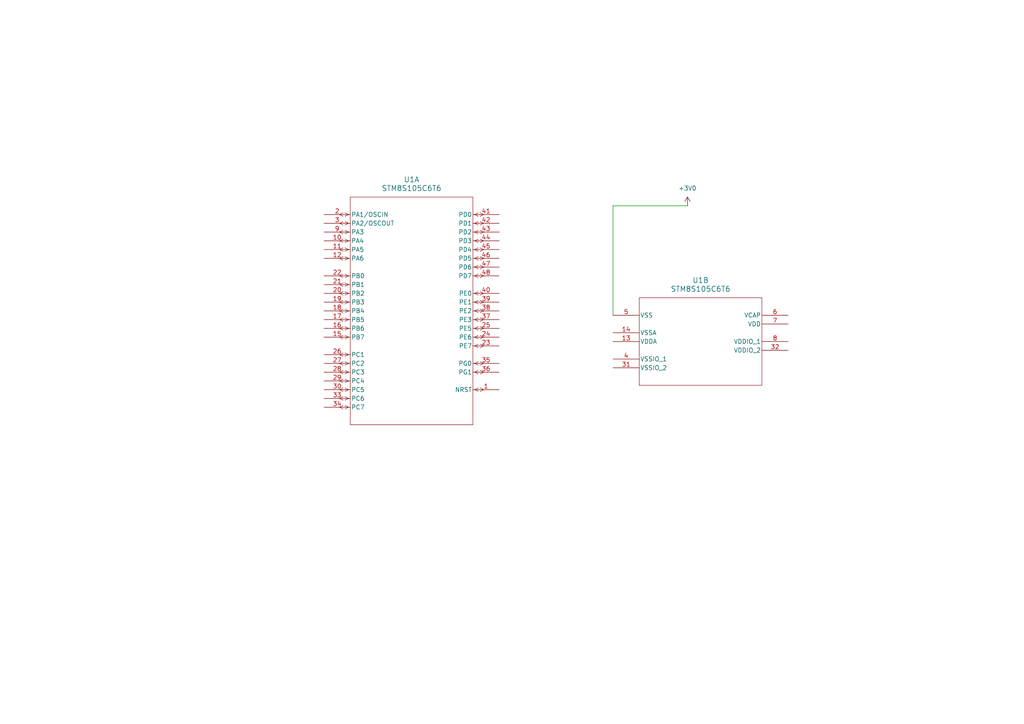
<source format=kicad_sch>
(kicad_sch (version 20250114) (generator "eeschema") (generator_version "9.0")
  (paper "A4")
  (lib_symbols
    (symbol "STM8S105C6T6:STM8S105C6T6" (pin_names (offset 0.254))
      (property "Reference" "U" (at 25.4 10.16 0))
      (property "Value" "STM8S105C6T6" (at 25.4 7.62 0))
      (symbol "STM8S105C6T6_1_1"
        (polyline (pts (xy 5.5372 0.5207) (xy 4.4958 0)) (stroke (width 0.127)))
        (polyline (pts (xy 5.5372 -0.5207) (xy 4.4958 0)) (stroke (width 0.127)))
        (polyline (pts (xy 5.5372 -2.0193) (xy 4.4958 -2.54)) (stroke (width 0.127)))
        (polyline (pts (xy 5.5372 -3.0607) (xy 4.4958 -2.54)) (stroke (width 0.127)))
        (polyline (pts (xy 5.5372 -4.5593) (xy 4.4958 -5.08)) (stroke (width 0.127)))
        (polyline (pts (xy 5.5372 -5.6007) (xy 4.4958 -5.08)) (stroke (width 0.127)))
        (polyline (pts (xy 5.5372 -7.0993) (xy 4.4958 -7.62)) (stroke (width 0.127)))
        (polyline (pts (xy 5.5372 -8.1407) (xy 4.4958 -7.62)) (stroke (width 0.127)))
        (polyline (pts (xy 5.5372 -9.6393) (xy 4.4958 -10.16)) (stroke (width 0.127)))
        (polyline (pts (xy 5.5372 -10.6807) (xy 4.4958 -10.16)) (stroke (width 0.127)))
        (polyline (pts (xy 5.5372 -12.1793) (xy 4.4958 -12.7)) (stroke (width 0.127)))
        (polyline (pts (xy 5.5372 -13.2207) (xy 4.4958 -12.7)) (stroke (width 0.127)))
        (polyline (pts (xy 5.5372 -17.2593) (xy 4.4958 -17.78)) (stroke (width 0.127)))
        (polyline (pts (xy 5.5372 -18.3007) (xy 4.4958 -17.78)) (stroke (width 0.127)))
        (polyline (pts (xy 5.5372 -19.7993) (xy 4.4958 -20.32)) (stroke (width 0.127)))
        (polyline (pts (xy 5.5372 -20.8407) (xy 4.4958 -20.32)) (stroke (width 0.127)))
        (polyline (pts (xy 5.5372 -22.3393) (xy 4.4958 -22.86)) (stroke (width 0.127)))
        (polyline (pts (xy 5.5372 -23.3807) (xy 4.4958 -22.86)) (stroke (width 0.127)))
        (polyline (pts (xy 5.5372 -24.8793) (xy 4.4958 -25.4)) (stroke (width 0.127)))
        (polyline (pts (xy 5.5372 -25.9207) (xy 4.4958 -25.4)) (stroke (width 0.127)))
        (polyline (pts (xy 5.5372 -27.4193) (xy 4.4958 -27.94)) (stroke (width 0.127)))
        (polyline (pts (xy 5.5372 -28.4607) (xy 4.4958 -27.94)) (stroke (width 0.127)))
        (polyline (pts (xy 5.5372 -29.9593) (xy 4.4958 -30.48)) (stroke (width 0.127)))
        (polyline (pts (xy 5.5372 -31.0007) (xy 4.4958 -30.48)) (stroke (width 0.127)))
        (polyline (pts (xy 5.5372 -32.4993) (xy 4.4958 -33.02)) (stroke (width 0.127)))
        (polyline (pts (xy 5.5372 -33.5407) (xy 4.4958 -33.02)) (stroke (width 0.127)))
        (polyline (pts (xy 5.5372 -35.0393) (xy 4.4958 -35.56)) (stroke (width 0.127)))
        (polyline (pts (xy 5.5372 -36.0807) (xy 4.4958 -35.56)) (stroke (width 0.127)))
        (polyline (pts (xy 5.5372 -40.1193) (xy 4.4958 -40.64)) (stroke (width 0.127)))
        (polyline (pts (xy 5.5372 -41.1607) (xy 4.4958 -40.64)) (stroke (width 0.127)))
        (polyline (pts (xy 5.5372 -42.6593) (xy 4.4958 -43.18)) (stroke (width 0.127)))
        (polyline (pts (xy 5.5372 -43.7007) (xy 4.4958 -43.18)) (stroke (width 0.127)))
        (polyline (pts (xy 5.5372 -45.1993) (xy 4.4958 -45.72)) (stroke (width 0.127)))
        (polyline (pts (xy 5.5372 -46.2407) (xy 4.4958 -45.72)) (stroke (width 0.127)))
        (polyline (pts (xy 5.5372 -47.7393) (xy 4.4958 -48.26)) (stroke (width 0.127)))
        (polyline (pts (xy 5.5372 -48.7807) (xy 4.4958 -48.26)) (stroke (width 0.127)))
        (polyline (pts (xy 5.5372 -50.2793) (xy 4.4958 -50.8)) (stroke (width 0.127)))
        (polyline (pts (xy 5.5372 -51.3207) (xy 4.4958 -50.8)) (stroke (width 0.127)))
        (polyline (pts (xy 5.5372 -52.8193) (xy 4.4958 -53.34)) (stroke (width 0.127)))
        (polyline (pts (xy 5.5372 -53.8607) (xy 4.4958 -53.34)) (stroke (width 0.127)))
        (polyline (pts (xy 5.5372 -55.3593) (xy 4.4958 -55.88)) (stroke (width 0.127)))
        (polyline (pts (xy 5.5372 -56.4007) (xy 4.4958 -55.88)) (stroke (width 0.127)))
        (polyline (pts (xy 7.0993 0) (xy 6.0579 0.5207)) (stroke (width 0.127)))
        (polyline (pts (xy 7.0993 0) (xy 6.0579 -0.5207)) (stroke (width 0.127)))
        (polyline (pts (xy 7.0993 -2.54) (xy 6.0579 -2.0193)) (stroke (width 0.127)))
        (polyline (pts (xy 7.0993 -2.54) (xy 6.0579 -3.0607)) (stroke (width 0.127)))
        (polyline (pts (xy 7.0993 -5.08) (xy 6.0579 -4.5593)) (stroke (width 0.127)))
        (polyline (pts (xy 7.0993 -5.08) (xy 6.0579 -5.6007)) (stroke (width 0.127)))
        (polyline (pts (xy 7.0993 -7.62) (xy 6.0579 -7.0993)) (stroke (width 0.127)))
        (polyline (pts (xy 7.0993 -7.62) (xy 6.0579 -8.1407)) (stroke (width 0.127)))
        (polyline (pts (xy 7.0993 -10.16) (xy 6.0579 -9.6393)) (stroke (width 0.127)))
        (polyline (pts (xy 7.0993 -10.16) (xy 6.0579 -10.6807)) (stroke (width 0.127)))
        (polyline (pts (xy 7.0993 -12.7) (xy 6.0579 -12.1793)) (stroke (width 0.127)))
        (polyline (pts (xy 7.0993 -12.7) (xy 6.0579 -13.2207)) (stroke (width 0.127)))
        (polyline (pts (xy 7.0993 -17.78) (xy 6.0579 -17.2593)) (stroke (width 0.127)))
        (polyline (pts (xy 7.0993 -17.78) (xy 6.0579 -18.3007)) (stroke (width 0.127)))
        (polyline (pts (xy 7.0993 -20.32) (xy 6.0579 -19.7993)) (stroke (width 0.127)))
        (polyline (pts (xy 7.0993 -20.32) (xy 6.0579 -20.8407)) (stroke (width 0.127)))
        (polyline (pts (xy 7.0993 -22.86) (xy 6.0579 -22.3393)) (stroke (width 0.127)))
        (polyline (pts (xy 7.0993 -22.86) (xy 6.0579 -23.3807)) (stroke (width 0.127)))
        (polyline (pts (xy 7.0993 -25.4) (xy 6.0579 -24.8793)) (stroke (width 0.127)))
        (polyline (pts (xy 7.0993 -25.4) (xy 6.0579 -25.9207)) (stroke (width 0.127)))
        (polyline (pts (xy 7.0993 -27.94) (xy 6.0579 -27.4193)) (stroke (width 0.127)))
        (polyline (pts (xy 7.0993 -27.94) (xy 6.0579 -28.4607)) (stroke (width 0.127)))
        (polyline (pts (xy 7.0993 -30.48) (xy 6.0579 -29.9593)) (stroke (width 0.127)))
        (polyline (pts (xy 7.0993 -30.48) (xy 6.0579 -31.0007)) (stroke (width 0.127)))
        (polyline (pts (xy 7.0993 -33.02) (xy 6.0579 -32.4993)) (stroke (width 0.127)))
        (polyline (pts (xy 7.0993 -33.02) (xy 6.0579 -33.5407)) (stroke (width 0.127)))
        (polyline (pts (xy 7.0993 -35.56) (xy 6.0579 -35.0393)) (stroke (width 0.127)))
        (polyline (pts (xy 7.0993 -35.56) (xy 6.0579 -36.0807)) (stroke (width 0.127)))
        (polyline (pts (xy 7.0993 -40.64) (xy 6.0579 -40.1193)) (stroke (width 0.127)))
        (polyline (pts (xy 7.0993 -40.64) (xy 6.0579 -41.1607)) (stroke (width 0.127)))
        (polyline (pts (xy 7.0993 -43.18) (xy 6.0579 -42.6593)) (stroke (width 0.127)))
        (polyline (pts (xy 7.0993 -43.18) (xy 6.0579 -43.7007)) (stroke (width 0.127)))
        (polyline (pts (xy 7.0993 -45.72) (xy 6.0579 -45.1993)) (stroke (width 0.127)))
        (polyline (pts (xy 7.0993 -45.72) (xy 6.0579 -46.2407)) (stroke (width 0.127)))
        (polyline (pts (xy 7.0993 -48.26) (xy 6.0579 -47.7393)) (stroke (width 0.127)))
        (polyline (pts (xy 7.0993 -48.26) (xy 6.0579 -48.7807)) (stroke (width 0.127)))
        (polyline (pts (xy 7.0993 -50.8) (xy 6.0579 -50.2793)) (stroke (width 0.127)))
        (polyline (pts (xy 7.0993 -50.8) (xy 6.0579 -51.3207)) (stroke (width 0.127)))
        (polyline (pts (xy 7.0993 -53.34) (xy 6.0579 -52.8193)) (stroke (width 0.127)))
        (polyline (pts (xy 7.0993 -53.34) (xy 6.0579 -53.8607)) (stroke (width 0.127)))
        (polyline (pts (xy 7.0993 -55.88) (xy 6.0579 -55.3593)) (stroke (width 0.127)))
        (polyline (pts (xy 7.0993 -55.88) (xy 6.0579 -56.4007)) (stroke (width 0.127)))
        (polyline (pts (xy 7.62 5.08) (xy 7.62 -60.96)) (stroke (width 0.127)))
        (polyline (pts (xy 7.62 -60.96) (xy 43.18 -60.96)) (stroke (width 0.127)))
        (polyline (pts (xy 43.18 5.08) (xy 7.62 5.08)) (stroke (width 0.127)))
        (polyline (pts (xy 43.18 -60.96) (xy 43.18 5.08)) (stroke (width 0.127)))
        (polyline (pts (xy 43.7007 0) (xy 44.7421 0.5207)) (stroke (width 0.127)))
        (polyline (pts (xy 43.7007 0) (xy 44.7421 -0.5207)) (stroke (width 0.127)))
        (polyline (pts (xy 43.7007 -2.54) (xy 44.7421 -2.0193)) (stroke (width 0.127)))
        (polyline (pts (xy 43.7007 -2.54) (xy 44.7421 -3.0607)) (stroke (width 0.127)))
        (polyline (pts (xy 43.7007 -5.08) (xy 44.7421 -4.5593)) (stroke (width 0.127)))
        (polyline (pts (xy 43.7007 -5.08) (xy 44.7421 -5.6007)) (stroke (width 0.127)))
        (polyline (pts (xy 43.7007 -7.62) (xy 44.7421 -7.0993)) (stroke (width 0.127)))
        (polyline (pts (xy 43.7007 -7.62) (xy 44.7421 -8.1407)) (stroke (width 0.127)))
        (polyline (pts (xy 43.7007 -10.16) (xy 44.7421 -9.6393)) (stroke (width 0.127)))
        (polyline (pts (xy 43.7007 -10.16) (xy 44.7421 -10.6807)) (stroke (width 0.127)))
        (polyline (pts (xy 43.7007 -12.7) (xy 44.7421 -12.1793)) (stroke (width 0.127)))
        (polyline (pts (xy 43.7007 -12.7) (xy 44.7421 -13.2207)) (stroke (width 0.127)))
        (polyline (pts (xy 43.7007 -15.24) (xy 44.7421 -14.7193)) (stroke (width 0.127)))
        (polyline (pts (xy 43.7007 -15.24) (xy 44.7421 -15.7607)) (stroke (width 0.127)))
        (polyline (pts (xy 43.7007 -17.78) (xy 44.7421 -17.2593)) (stroke (width 0.127)))
        (polyline (pts (xy 43.7007 -17.78) (xy 44.7421 -18.3007)) (stroke (width 0.127)))
        (polyline (pts (xy 43.7007 -22.86) (xy 44.7421 -22.3393)) (stroke (width 0.127)))
        (polyline (pts (xy 43.7007 -22.86) (xy 44.7421 -23.3807)) (stroke (width 0.127)))
        (polyline (pts (xy 43.7007 -25.4) (xy 44.7421 -24.8793)) (stroke (width 0.127)))
        (polyline (pts (xy 43.7007 -25.4) (xy 44.7421 -25.9207)) (stroke (width 0.127)))
        (polyline (pts (xy 43.7007 -27.94) (xy 44.7421 -27.4193)) (stroke (width 0.127)))
        (polyline (pts (xy 43.7007 -27.94) (xy 44.7421 -28.4607)) (stroke (width 0.127)))
        (polyline (pts (xy 43.7007 -30.48) (xy 44.7421 -29.9593)) (stroke (width 0.127)))
        (polyline (pts (xy 43.7007 -30.48) (xy 44.7421 -31.0007)) (stroke (width 0.127)))
        (polyline (pts (xy 43.7007 -33.02) (xy 44.7421 -32.4993)) (stroke (width 0.127)))
        (polyline (pts (xy 43.7007 -33.02) (xy 44.7421 -33.5407)) (stroke (width 0.127)))
        (polyline (pts (xy 43.7007 -35.56) (xy 44.7421 -35.0393)) (stroke (width 0.127)))
        (polyline (pts (xy 43.7007 -35.56) (xy 44.7421 -36.0807)) (stroke (width 0.127)))
        (polyline (pts (xy 43.7007 -38.1) (xy 44.7421 -37.5793)) (stroke (width 0.127)))
        (polyline (pts (xy 43.7007 -38.1) (xy 44.7421 -38.6207)) (stroke (width 0.127)))
        (polyline (pts (xy 43.7007 -43.18) (xy 44.7421 -42.6593)) (stroke (width 0.127)))
        (polyline (pts (xy 43.7007 -43.18) (xy 44.7421 -43.7007)) (stroke (width 0.127)))
        (polyline (pts (xy 43.7007 -45.72) (xy 44.7421 -45.1993)) (stroke (width 0.127)))
        (polyline (pts (xy 43.7007 -45.72) (xy 44.7421 -46.2407)) (stroke (width 0.127)))
        (polyline (pts (xy 43.7007 -50.8) (xy 44.7421 -50.2793)) (stroke (width 0.127)))
        (polyline (pts (xy 43.7007 -50.8) (xy 44.7421 -51.3207)) (stroke (width 0.127)))
        (polyline (pts (xy 45.2628 0.5207) (xy 46.3042 0)) (stroke (width 0.127)))
        (polyline (pts (xy 45.2628 -0.5207) (xy 46.3042 0)) (stroke (width 0.127)))
        (polyline (pts (xy 45.2628 -2.0193) (xy 46.3042 -2.54)) (stroke (width 0.127)))
        (polyline (pts (xy 45.2628 -3.0607) (xy 46.3042 -2.54)) (stroke (width 0.127)))
        (polyline (pts (xy 45.2628 -4.5593) (xy 46.3042 -5.08)) (stroke (width 0.127)))
        (polyline (pts (xy 45.2628 -5.6007) (xy 46.3042 -5.08)) (stroke (width 0.127)))
        (polyline (pts (xy 45.2628 -7.0993) (xy 46.3042 -7.62)) (stroke (width 0.127)))
        (polyline (pts (xy 45.2628 -8.1407) (xy 46.3042 -7.62)) (stroke (width 0.127)))
        (polyline (pts (xy 45.2628 -9.6393) (xy 46.3042 -10.16)) (stroke (width 0.127)))
        (polyline (pts (xy 45.2628 -10.6807) (xy 46.3042 -10.16)) (stroke (width 0.127)))
        (polyline (pts (xy 45.2628 -12.1793) (xy 46.3042 -12.7)) (stroke (width 0.127)))
        (polyline (pts (xy 45.2628 -13.2207) (xy 46.3042 -12.7)) (stroke (width 0.127)))
        (polyline (pts (xy 45.2628 -14.7193) (xy 46.3042 -15.24)) (stroke (width 0.127)))
        (polyline (pts (xy 45.2628 -15.7607) (xy 46.3042 -15.24)) (stroke (width 0.127)))
        (polyline (pts (xy 45.2628 -17.2593) (xy 46.3042 -17.78)) (stroke (width 0.127)))
        (polyline (pts (xy 45.2628 -18.3007) (xy 46.3042 -17.78)) (stroke (width 0.127)))
        (polyline (pts (xy 45.2628 -22.3393) (xy 46.3042 -22.86)) (stroke (width 0.127)))
        (polyline (pts (xy 45.2628 -23.3807) (xy 46.3042 -22.86)) (stroke (width 0.127)))
        (polyline (pts (xy 45.2628 -24.8793) (xy 46.3042 -25.4)) (stroke (width 0.127)))
        (polyline (pts (xy 45.2628 -25.9207) (xy 46.3042 -25.4)) (stroke (width 0.127)))
        (polyline (pts (xy 45.2628 -27.4193) (xy 46.3042 -27.94)) (stroke (width 0.127)))
        (polyline (pts (xy 45.2628 -28.4607) (xy 46.3042 -27.94)) (stroke (width 0.127)))
        (polyline (pts (xy 45.2628 -29.9593) (xy 46.3042 -30.48)) (stroke (width 0.127)))
        (polyline (pts (xy 45.2628 -31.0007) (xy 46.3042 -30.48)) (stroke (width 0.127)))
        (polyline (pts (xy 45.2628 -32.4993) (xy 46.3042 -33.02)) (stroke (width 0.127)))
        (polyline (pts (xy 45.2628 -33.5407) (xy 46.3042 -33.02)) (stroke (width 0.127)))
        (polyline (pts (xy 45.2628 -35.0393) (xy 46.3042 -35.56)) (stroke (width 0.127)))
        (polyline (pts (xy 45.2628 -36.0807) (xy 46.3042 -35.56)) (stroke (width 0.127)))
        (polyline (pts (xy 45.2628 -37.5793) (xy 46.3042 -38.1)) (stroke (width 0.127)))
        (polyline (pts (xy 45.2628 -38.6207) (xy 46.3042 -38.1)) (stroke (width 0.127)))
        (polyline (pts (xy 45.2628 -42.6593) (xy 46.3042 -43.18)) (stroke (width 0.127)))
        (polyline (pts (xy 45.2628 -43.7007) (xy 46.3042 -43.18)) (stroke (width 0.127)))
        (polyline (pts (xy 45.2628 -45.1993) (xy 46.3042 -45.72)) (stroke (width 0.127)))
        (polyline (pts (xy 45.2628 -46.2407) (xy 46.3042 -45.72)) (stroke (width 0.127)))
        (polyline (pts (xy 45.2628 -50.2793) (xy 46.3042 -50.8)) (stroke (width 0.127)))
        (polyline (pts (xy 45.2628 -51.3207) (xy 46.3042 -50.8)) (stroke (width 0.127)))
        (pin bidirectional line (at 0 0 0) (length 7.62) (name "PA1/OSCIN") (number "2"))
        (pin bidirectional line (at 0 -2.54 0) (length 7.62) (name "PA2/OSCOUT") (number "3"))
        (pin bidirectional line (at 0 -5.08 0) (length 7.62) (name "PA3") (number "9"))
        (pin bidirectional line (at 0 -7.62 0) (length 7.62) (name "PA4") (number "10"))
        (pin bidirectional line (at 0 -10.16 0) (length 7.62) (name "PA5") (number "11"))
        (pin bidirectional line (at 0 -12.7 0) (length 7.62) (name "PA6") (number "12"))
        (pin bidirectional line (at 0 -17.78 0) (length 7.62) (name "PB0") (number "22"))
        (pin bidirectional line (at 0 -20.32 0) (length 7.62) (name "PB1") (number "21"))
        (pin bidirectional line (at 0 -22.86 0) (length 7.62) (name "PB2") (number "20"))
        (pin bidirectional line (at 0 -25.4 0) (length 7.62) (name "PB3") (number "19"))
        (pin bidirectional line (at 0 -27.94 0) (length 7.62) (name "PB4") (number "18"))
        (pin bidirectional line (at 0 -30.48 0) (length 7.62) (name "PB5") (number "17"))
        (pin bidirectional line (at 0 -33.02 0) (length 7.62) (name "PB6") (number "16"))
        (pin bidirectional line (at 0 -35.56 0) (length 7.62) (name "PB7") (number "15"))
        (pin bidirectional line (at 0 -40.64 0) (length 7.62) (name "PC1") (number "26"))
        (pin bidirectional line (at 0 -43.18 0) (length 7.62) (name "PC2") (number "27"))
        (pin bidirectional line (at 0 -45.72 0) (length 7.62) (name "PC3") (number "28"))
        (pin bidirectional line (at 0 -48.26 0) (length 7.62) (name "PC4") (number "29"))
        (pin bidirectional line (at 0 -50.8 0) (length 7.62) (name "PC5") (number "30"))
        (pin bidirectional line (at 0 -53.34 0) (length 7.62) (name "PC6") (number "33"))
        (pin bidirectional line (at 0 -55.88 0) (length 7.62) (name "PC7") (number "34"))
        (pin bidirectional line (at 50.8 0 180) (length 7.62) (name "PD0") (number "41"))
        (pin bidirectional line (at 50.8 -2.54 180) (length 7.62) (name "PD1") (number "42"))
        (pin bidirectional line (at 50.8 -5.08 180) (length 7.62) (name "PD2") (number "43"))
        (pin bidirectional line (at 50.8 -7.62 180) (length 7.62) (name "PD3") (number "44"))
        (pin bidirectional line (at 50.8 -10.16 180) (length 7.62) (name "PD4") (number "45"))
        (pin bidirectional line (at 50.8 -12.7 180) (length 7.62) (name "PD5") (number "46"))
        (pin bidirectional line (at 50.8 -15.24 180) (length 7.62) (name "PD6") (number "47"))
        (pin bidirectional line (at 50.8 -17.78 180) (length 7.62) (name "PD7") (number "48"))
        (pin bidirectional line (at 50.8 -22.86 180) (length 7.62) (name "PE0") (number "40"))
        (pin bidirectional line (at 50.8 -25.4 180) (length 7.62) (name "PE1") (number "39"))
        (pin bidirectional line (at 50.8 -27.94 180) (length 7.62) (name "PE2") (number "38"))
        (pin bidirectional line (at 50.8 -30.48 180) (length 7.62) (name "PE3") (number "37"))
        (pin bidirectional line (at 50.8 -33.02 180) (length 7.62) (name "PE5") (number "25"))
        (pin bidirectional line (at 50.8 -35.56 180) (length 7.62) (name "PE6") (number "24"))
        (pin bidirectional line (at 50.8 -38.1 180) (length 7.62) (name "PE7") (number "23"))
        (pin bidirectional line (at 50.8 -43.18 180) (length 7.62) (name "PG0") (number "35"))
        (pin bidirectional line (at 50.8 -45.72 180) (length 7.62) (name "PG1") (number "36"))
        (pin bidirectional line (at 50.8 -50.8 180) (length 7.62) (name "NRST") (number "1"))
      )
      (symbol "STM8S105C6T6_2_1"
        (polyline (pts (xy 7.62 5.08) (xy 7.62 -20.32)) (stroke (width 0.127)))
        (polyline (pts (xy 7.62 -20.32) (xy 43.18 -20.32)) (stroke (width 0.127)))
        (polyline (pts (xy 43.18 5.08) (xy 7.62 5.08)) (stroke (width 0.127)))
        (polyline (pts (xy 43.18 -20.32) (xy 43.18 5.08)) (stroke (width 0.127)))
        (pin power_in line (at 0 0 0) (length 7.62) (name "VSS") (number "5"))
        (pin power_in line (at 0 -5.08 0) (length 7.62) (name "VSSA") (number "14"))
        (pin power_in line (at 0 -7.62 0) (length 7.62) (name "VDDA") (number "13"))
        (pin power_in line (at 0 -12.7 0) (length 7.62) (name "VSSIO_1") (number "4"))
        (pin power_in line (at 0 -15.24 0) (length 7.62) (name "VSSIO_2") (number "31"))
        (pin power_in line (at 50.8 0 180) (length 7.62) (name "VCAP") (number "6"))
        (pin power_in line (at 50.8 -2.54 180) (length 7.62) (name "VDD") (number "7"))
        (pin power_in line (at 50.8 -7.62 180) (length 7.62) (name "VDDIO_1") (number "8"))
        (pin power_in line (at 50.8 -10.16 180) (length 7.62) (name "VDDIO_2") (number "32"))
      )
    )
    (symbol "power:+3V0" (power) (pin_numbers (hide yes)) (pin_names (offset 0) (hide yes))
      (property "Value" "+3V0" (at 0 3.556 0))
      (symbol "+3V0_0_1"
        (polyline (pts (xy -0.762 1.27) (xy 0 2.54)))
        (polyline (pts (xy 0 2.54) (xy 0.762 1.27)))
        (polyline (pts (xy 0 0) (xy 0 2.54)))
      )
      (symbol "+3V0_1_1"
        (pin power_in line (at 0 0 90) (length 0) (name "~") (number "1"))
      )
    )
  )
  (wire (pts (xy 177.8 59.69) (xy 199.39 59.69)))
  (wire (pts (xy 177.8 91.44) (xy 177.8 59.69)))
  (symbol (lib_id "STM8S105C6T6:STM8S105C6T6") (at 93.98 62.23 0) (unit 1)
    (property "Reference" "U1" (at 119.38 52.07 0) (effects (font (size 1.524 1.524))))
    (property "Value" "STM8S105C6T6" (at 119.38 54.61 0) (effects (font (size 1.524 1.524))))
    (property "Footprint" "LQFP48-7X7mm" (effects (hide yes)))
    (property "Datasheet" "STM8S105C6T6" (effects (hide yes)))
  )
  (symbol (lib_id "STM8S105C6T6:STM8S105C6T6") (at 177.8 91.44 0) (unit 2)
    (property "Reference" "U1" (at 203.2 81.28 0) (effects (font (size 1.524 1.524))))
    (property "Value" "STM8S105C6T6" (at 203.2 83.82 0) (effects (font (size 1.524 1.524))))
    (property "Footprint" "LQFP48-7X7mm" (effects (hide yes)))
    (property "Datasheet" "STM8S105C6T6" (effects (hide yes)))
  )
  (symbol (lib_id "power:+3V0") (at 199.39 59.69 0) (unit 1)
    (property "Reference" "#PWR01" (effects (hide yes)))
    (property "Value" "+3V0" (at 199.39 54.61 0))
    (property "Description" "Power symbol creates a global label with name \"+3V0\"" (effects (hide yes)))
  )
)
</source>
